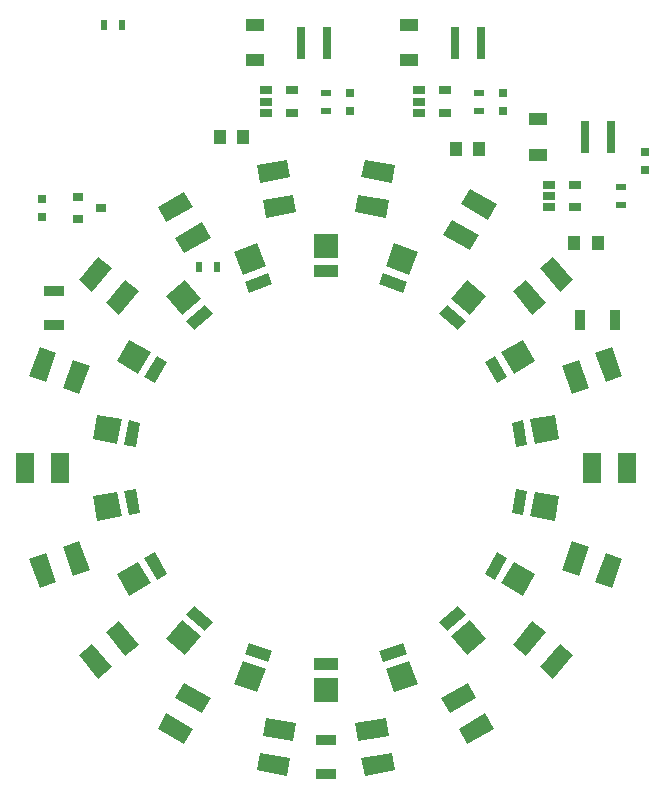
<source format=gtp>
G04 #@! TF.GenerationSoftware,KiCad,Pcbnew,(5.99.0-490-gc7ce93e10)*
G04 #@! TF.CreationDate,2019-12-10T12:24:38+01:00*
G04 #@! TF.ProjectId,Led,4c65642e-6b69-4636-9164-5f7063625858,rev?*
G04 #@! TF.SameCoordinates,Original*
G04 #@! TF.FileFunction,Paste,Top*
G04 #@! TF.FilePolarity,Positive*
%FSLAX46Y46*%
G04 Gerber Fmt 4.6, Leading zero omitted, Abs format (unit mm)*
G04 Created by KiCad (PCBNEW (5.99.0-490-gc7ce93e10)) date 2019-12-10 12:24:38*
%MOMM*%
%LPD*%
G04 APERTURE LIST*
%ADD10R,0.500000X0.900000*%
%ADD11R,0.800000X2.700000*%
%ADD12R,1.500000X2.600000*%
%ADD13R,1.000000X1.250000*%
%ADD14R,0.750000X0.800000*%
%ADD15R,1.600000X1.000000*%
%ADD16R,1.060000X0.650000*%
%ADD17R,0.900000X0.800000*%
%ADD18R,0.900000X0.500000*%
%ADD19R,2.100000X2.100000*%
%ADD20R,2.100000X1.000000*%
%ADD21R,1.700000X0.900000*%
%ADD22R,0.900000X1.700000*%
G04 APERTURE END LIST*
D10*
X42250000Y-26500000D03*
X43750000Y-26500000D03*
X50250000Y-47000000D03*
X51750000Y-47000000D03*
D11*
X85100000Y-36000000D03*
X82900000Y-36000000D03*
X61100000Y-28000000D03*
X58900000Y-28000000D03*
X74100000Y-28000000D03*
X71900000Y-28000000D03*
G36*
X55950458Y-85188440D02*
G01*
X58510958Y-85639925D01*
X58250486Y-87117136D01*
X55689986Y-86665651D01*
X55950458Y-85188440D01*
G37*
G36*
X55429514Y-88142864D02*
G01*
X57990014Y-88594349D01*
X57729542Y-90071560D01*
X55169042Y-89620075D01*
X55429514Y-88142864D01*
G37*
G36*
X48999167Y-82181443D02*
G01*
X51250833Y-83481443D01*
X50500833Y-84780481D01*
X48249167Y-83480481D01*
X48999167Y-82181443D01*
G37*
G36*
X47499167Y-84779519D02*
G01*
X49750833Y-86079519D01*
X49000833Y-87378557D01*
X46749167Y-86078557D01*
X47499167Y-84779519D01*
G37*
G36*
X43507976Y-76977871D02*
G01*
X45179224Y-78969586D01*
X44030158Y-79933767D01*
X42358910Y-77942052D01*
X43507976Y-76977871D01*
G37*
G36*
X41209842Y-78906233D02*
G01*
X42881090Y-80897948D01*
X41732024Y-81862129D01*
X40060776Y-79870414D01*
X41209842Y-78906233D01*
G37*
G36*
X40119682Y-70208854D02*
G01*
X41008935Y-72652055D01*
X39599396Y-73165086D01*
X38710143Y-70721885D01*
X40119682Y-70208854D01*
G37*
G36*
X37300604Y-71234914D02*
G01*
X38189857Y-73678115D01*
X36780318Y-74191146D01*
X35891065Y-71747945D01*
X37300604Y-71234914D01*
G37*
D12*
X38500000Y-64000000D03*
X35500000Y-64000000D03*
G36*
X41008935Y-55347945D02*
G01*
X40119682Y-57791146D01*
X38710143Y-57278115D01*
X39599396Y-54834914D01*
X41008935Y-55347945D01*
G37*
G36*
X38189857Y-54321885D02*
G01*
X37300604Y-56765086D01*
X35891065Y-56252055D01*
X36780318Y-53808854D01*
X38189857Y-54321885D01*
G37*
G36*
X45179224Y-49030414D02*
G01*
X43507976Y-51022129D01*
X42358910Y-50057948D01*
X44030158Y-48066233D01*
X45179224Y-49030414D01*
G37*
G36*
X42881090Y-47102052D02*
G01*
X41209842Y-49093767D01*
X40060776Y-48129586D01*
X41732024Y-46137871D01*
X42881090Y-47102052D01*
G37*
G36*
X51250833Y-44518557D02*
G01*
X48999167Y-45818557D01*
X48249167Y-44519519D01*
X50500833Y-43219519D01*
X51250833Y-44518557D01*
G37*
G36*
X49750833Y-41920481D02*
G01*
X47499167Y-43220481D01*
X46749167Y-41921443D01*
X49000833Y-40621443D01*
X49750833Y-41920481D01*
G37*
G36*
X58510958Y-42360075D02*
G01*
X55950458Y-42811560D01*
X55689986Y-41334349D01*
X58250486Y-40882864D01*
X58510958Y-42360075D01*
G37*
G36*
X57990014Y-39405651D02*
G01*
X55429514Y-39857136D01*
X55169042Y-38379925D01*
X57729542Y-37928440D01*
X57990014Y-39405651D01*
G37*
G36*
X66049542Y-42811560D02*
G01*
X63489042Y-42360075D01*
X63749514Y-40882864D01*
X66310014Y-41334349D01*
X66049542Y-42811560D01*
G37*
G36*
X66570486Y-39857136D02*
G01*
X64009986Y-39405651D01*
X64270458Y-37928440D01*
X66830958Y-38379925D01*
X66570486Y-39857136D01*
G37*
G36*
X78492024Y-51022129D02*
G01*
X76820776Y-49030414D01*
X77969842Y-48066233D01*
X79641090Y-50057948D01*
X78492024Y-51022129D01*
G37*
G36*
X80790158Y-49093767D02*
G01*
X79118910Y-47102052D01*
X80267976Y-46137871D01*
X81939224Y-48129586D01*
X80790158Y-49093767D01*
G37*
G36*
X81880318Y-57791146D02*
G01*
X80991065Y-55347945D01*
X82400604Y-54834914D01*
X83289857Y-57278115D01*
X81880318Y-57791146D01*
G37*
G36*
X84699396Y-56765086D02*
G01*
X83810143Y-54321885D01*
X85219682Y-53808854D01*
X86108935Y-56252055D01*
X84699396Y-56765086D01*
G37*
X83500000Y-64000000D03*
X86500000Y-64000000D03*
G36*
X80991065Y-72652055D02*
G01*
X81880318Y-70208854D01*
X83289857Y-70721885D01*
X82400604Y-73165086D01*
X80991065Y-72652055D01*
G37*
G36*
X83810143Y-73678115D02*
G01*
X84699396Y-71234914D01*
X86108935Y-71747945D01*
X85219682Y-74191146D01*
X83810143Y-73678115D01*
G37*
G36*
X76820776Y-78969586D02*
G01*
X78492024Y-76977871D01*
X79641090Y-77942052D01*
X77969842Y-79933767D01*
X76820776Y-78969586D01*
G37*
G36*
X79118910Y-80897948D02*
G01*
X80790158Y-78906233D01*
X81939224Y-79870414D01*
X80267976Y-81862129D01*
X79118910Y-80897948D01*
G37*
G36*
X70739167Y-83481443D02*
G01*
X72990833Y-82181443D01*
X73740833Y-83480481D01*
X71489167Y-84780481D01*
X70739167Y-83481443D01*
G37*
G36*
X72239167Y-86079519D02*
G01*
X74490833Y-84779519D01*
X75240833Y-86078557D01*
X72989167Y-87378557D01*
X72239167Y-86079519D01*
G37*
G36*
X63489042Y-85639925D02*
G01*
X66049542Y-85188440D01*
X66310014Y-86665651D01*
X63749514Y-87117136D01*
X63489042Y-85639925D01*
G37*
G36*
X64009986Y-88594349D02*
G01*
X66570486Y-88142864D01*
X66830958Y-89620075D01*
X64270458Y-90071560D01*
X64009986Y-88594349D01*
G37*
D13*
X74000000Y-37000000D03*
X72000000Y-37000000D03*
X84000000Y-45000000D03*
X82000000Y-45000000D03*
D14*
X76000000Y-32250000D03*
X76000000Y-33750000D03*
D13*
X54000000Y-36000000D03*
X52000000Y-36000000D03*
D14*
X63000000Y-32250000D03*
X63000000Y-33750000D03*
X88000000Y-37250000D03*
X88000000Y-38750000D03*
X37000000Y-42750000D03*
X37000000Y-41250000D03*
D15*
X68000000Y-26500000D03*
X68000000Y-29500000D03*
X55000000Y-26500000D03*
X55000000Y-29500000D03*
X79000000Y-34500000D03*
X79000000Y-37500000D03*
D16*
X55900000Y-32050000D03*
X55900000Y-33000000D03*
X55900000Y-33950000D03*
X58100000Y-33950000D03*
X58100000Y-32050000D03*
X79900000Y-40050000D03*
X79900000Y-41000000D03*
X79900000Y-41950000D03*
X82100000Y-41950000D03*
X82100000Y-40050000D03*
X68900000Y-32050000D03*
X68900000Y-33000000D03*
X68900000Y-33950000D03*
X71100000Y-33950000D03*
X71100000Y-32050000D03*
D17*
X40000000Y-41050000D03*
X40000000Y-42950000D03*
X42000000Y-42000000D03*
D18*
X74000000Y-33750000D03*
X74000000Y-32250000D03*
X61000000Y-33750000D03*
X61000000Y-32250000D03*
X86000000Y-41750000D03*
X86000000Y-40250000D03*
G36*
X73200833Y-45598557D02*
G01*
X70949167Y-44298557D01*
X71699167Y-42999519D01*
X73950833Y-44299519D01*
X73200833Y-45598557D01*
G37*
G36*
X74700833Y-43000481D02*
G01*
X72449167Y-41700481D01*
X73199167Y-40401443D01*
X75450833Y-41701443D01*
X74700833Y-43000481D01*
G37*
D19*
X61000000Y-82810000D03*
D20*
X61000000Y-80650000D03*
G36*
X53945408Y-80325353D02*
G01*
X55918762Y-81043595D01*
X55200520Y-83016949D01*
X53227166Y-82298707D01*
X53945408Y-80325353D01*
G37*
G36*
X54496060Y-78812448D02*
G01*
X56469414Y-79530690D01*
X56127394Y-80470382D01*
X54154040Y-79752140D01*
X54496060Y-78812448D01*
G37*
G36*
X48779922Y-76921222D02*
G01*
X50388616Y-78271076D01*
X49038762Y-79879770D01*
X47430068Y-78529916D01*
X48779922Y-76921222D01*
G37*
G36*
X49814810Y-75687891D02*
G01*
X51423503Y-77037745D01*
X50780716Y-77803789D01*
X49172023Y-76453935D01*
X49814810Y-75687891D01*
G37*
G36*
X45102846Y-71970673D02*
G01*
X46152846Y-73789327D01*
X44334192Y-74839327D01*
X43284192Y-73020673D01*
X45102846Y-71970673D01*
G37*
G36*
X46497147Y-71165673D02*
G01*
X47547147Y-72984327D01*
X46681121Y-73484327D01*
X45631121Y-71665673D01*
X46497147Y-71165673D01*
G37*
G36*
X43334024Y-66044276D02*
G01*
X43698685Y-68112373D01*
X41630588Y-68477034D01*
X41265927Y-66408937D01*
X43334024Y-66044276D01*
G37*
G36*
X44919563Y-65764703D02*
G01*
X45284224Y-67832799D01*
X44299417Y-68006447D01*
X43934756Y-65938351D01*
X44919563Y-65764703D01*
G37*
G36*
X43698685Y-59887627D02*
G01*
X43334024Y-61955724D01*
X41265927Y-61591063D01*
X41630588Y-59522966D01*
X43698685Y-59887627D01*
G37*
G36*
X45284224Y-60167201D02*
G01*
X44919563Y-62235297D01*
X43934756Y-62061649D01*
X44299417Y-59993553D01*
X45284224Y-60167201D01*
G37*
G36*
X46152846Y-54210673D02*
G01*
X45102846Y-56029327D01*
X43284192Y-54979327D01*
X44334192Y-53160673D01*
X46152846Y-54210673D01*
G37*
G36*
X47547147Y-55015673D02*
G01*
X46497147Y-56834327D01*
X45631121Y-56334327D01*
X46681121Y-54515673D01*
X47547147Y-55015673D01*
G37*
G36*
X50388616Y-49728924D02*
G01*
X48779922Y-51078778D01*
X47430068Y-49470084D01*
X49038762Y-48120230D01*
X50388616Y-49728924D01*
G37*
G36*
X51423503Y-50962255D02*
G01*
X49814810Y-52312109D01*
X49172023Y-51546065D01*
X50780716Y-50196211D01*
X51423503Y-50962255D01*
G37*
G36*
X55918762Y-46956405D02*
G01*
X53945408Y-47674647D01*
X53227166Y-45701293D01*
X55200520Y-44983051D01*
X55918762Y-46956405D01*
G37*
G36*
X56469414Y-48469310D02*
G01*
X54496060Y-49187552D01*
X54154040Y-48247860D01*
X56127394Y-47529618D01*
X56469414Y-48469310D01*
G37*
D19*
X61000000Y-45190000D03*
D20*
X61000000Y-47350000D03*
G36*
X68054592Y-47674647D02*
G01*
X66081238Y-46956405D01*
X66799480Y-44983051D01*
X68772834Y-45701293D01*
X68054592Y-47674647D01*
G37*
G36*
X67503940Y-49187552D02*
G01*
X65530586Y-48469310D01*
X65872606Y-47529618D01*
X67845960Y-48247860D01*
X67503940Y-49187552D01*
G37*
G36*
X73220078Y-51078778D02*
G01*
X71611384Y-49728924D01*
X72961238Y-48120230D01*
X74569932Y-49470084D01*
X73220078Y-51078778D01*
G37*
G36*
X72185190Y-52312109D02*
G01*
X70576497Y-50962255D01*
X71219284Y-50196211D01*
X72827977Y-51546065D01*
X72185190Y-52312109D01*
G37*
G36*
X76897154Y-56039327D02*
G01*
X75847154Y-54220673D01*
X77665808Y-53170673D01*
X78715808Y-54989327D01*
X76897154Y-56039327D01*
G37*
G36*
X75502853Y-56844327D02*
G01*
X74452853Y-55025673D01*
X75318879Y-54525673D01*
X76368879Y-56344327D01*
X75502853Y-56844327D01*
G37*
G36*
X78665976Y-61955724D02*
G01*
X78301315Y-59887627D01*
X80369412Y-59522966D01*
X80734073Y-61591063D01*
X78665976Y-61955724D01*
G37*
G36*
X77080437Y-62235297D02*
G01*
X76715776Y-60167201D01*
X77700583Y-59993553D01*
X78065244Y-62061649D01*
X77080437Y-62235297D01*
G37*
G36*
X78301315Y-68112373D02*
G01*
X78665976Y-66044276D01*
X80734073Y-66408937D01*
X80369412Y-68477034D01*
X78301315Y-68112373D01*
G37*
G36*
X76715776Y-67832799D02*
G01*
X77080437Y-65764703D01*
X78065244Y-65938351D01*
X77700583Y-68006447D01*
X76715776Y-67832799D01*
G37*
G36*
X75847154Y-73789327D02*
G01*
X76897154Y-71970673D01*
X78715808Y-73020673D01*
X77665808Y-74839327D01*
X75847154Y-73789327D01*
G37*
G36*
X74452853Y-72984327D02*
G01*
X75502853Y-71165673D01*
X76368879Y-71665673D01*
X75318879Y-73484327D01*
X74452853Y-72984327D01*
G37*
G36*
X71611384Y-78271076D02*
G01*
X73220078Y-76921222D01*
X74569932Y-78529916D01*
X72961238Y-79879770D01*
X71611384Y-78271076D01*
G37*
G36*
X70576497Y-77037745D02*
G01*
X72185190Y-75687891D01*
X72827977Y-76453935D01*
X71219284Y-77803789D01*
X70576497Y-77037745D01*
G37*
G36*
X66081238Y-81043595D02*
G01*
X68054592Y-80325353D01*
X68772834Y-82298707D01*
X66799480Y-83016949D01*
X66081238Y-81043595D01*
G37*
G36*
X65530586Y-79530690D02*
G01*
X67503940Y-78812448D01*
X67845960Y-79752140D01*
X65872606Y-80470382D01*
X65530586Y-79530690D01*
G37*
D21*
X61000000Y-87050000D03*
X61000000Y-89950000D03*
D22*
X85450000Y-51500000D03*
X82550000Y-51500000D03*
D21*
X38000000Y-49050000D03*
X38000000Y-51950000D03*
M02*

</source>
